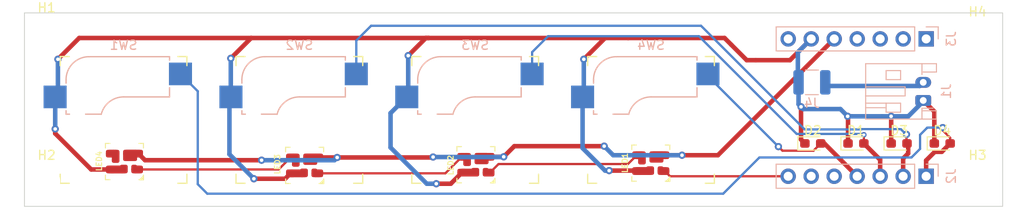
<source format=kicad_pcb>
(kicad_pcb (version 20221018) (generator pcbnew)
  (layers (0 "F.Cu" signal) (31 "B.Cu" signal) (34 "B.Paste" user) (35 "F.Paste" user) (36 "B.SilkS" user "B.Silkscreen") (37 "F.SilkS" user "F.Silkscreen") (38 "B.Mask" user) (39 "F.Mask" user) (44 "Edge.Cuts" user))
  (net 0 "")
  (net 1 "GND")
  (net 2 "Net-(D1-A2)")
  (net 3 "Net-(D2-A2)")
  (net 4 "Net-(D3-A2)")
  (net 5 "/PIN_1")
  (net 6 "BATT_IN")
  (net 7 "3V3")
  (net 8 "5V_USB")
  (net 9 "Net-(LED1-DOUT)")
  (net 10 "LED")
  (net 11 "Net-(LED2-DOUT)")
  (net 12 "Net-(LED3-DOUT)")
  (footprint "Diode_SMD:D_0603_1608Metric_Pad1.05x0.95mm_HandSolder" (layer "F.Cu") (at 169.916666 116.85)
    (fp_text reference "D1" (at 0 -1.43) (layer "F.SilkS"))
    (fp_text value "ESD9B3.3ST5G" hide)
    (fp_line (start -1.66 -0.735) (end -1.66 0.735) (stroke (width 0.12)) (layer "F.SilkS"))
    (fp_line (start -1.66 0.735) (end 0.8 0.735) (stroke (width 0.12)) (layer "F.SilkS"))
    (fp_line (start 0.8 -0.735) (end -1.66 -0.735) (stroke (width 0.12)) (layer "F.SilkS"))
    (pad "1" smd roundrect (at -0.875 0) (size 1.05 0.95) (layers "F.Cu" "F.Paste" "F.Mask") (net 1 "GND"))
    (pad "2" smd roundrect (at 0.875 0) (size 1.05 0.95) (layers "F.Cu" "F.Paste" "F.Mask") (net 2 "Net-(D1-A2)"))
  )
  (footprint "MountingHole:MountingHole_2.2mm_M2_DIN965_Pad" (layer "F.Cu") (at 183.35 121.05)
    (fp_text reference "H3" (at 0 -2.9) (layer "F.SilkS"))
    (fp_text value "MountingHole")
    (pad "" np_thru_hole circle (at 0 0) (size 3 3) (drill 3) (layers "F&B.Cu" "*.Mask"))
  )
  (footprint "Diode_SMD:D_0603_1608Metric_Pad1.05x0.95mm_HandSolder" (layer "F.Cu") (at 174.683332 116.85)
    (fp_text reference "D3" (at 0 -1.43) (layer "F.SilkS"))
    (fp_text value "ESD9B3.3ST5G" hide)
    (fp_line (start -1.66 -0.735) (end -1.66 0.735) (stroke (width 0.12)) (layer "F.SilkS"))
    (fp_line (start -1.66 0.735) (end 0.8 0.735) (stroke (width 0.12)) (layer "F.SilkS"))
    (fp_line (start 0.8 -0.735) (end -1.66 -0.735) (stroke (width 0.12)) (layer "F.SilkS"))
    (pad "1" smd roundrect (at -0.875 0) (size 1.05 0.95) (layers "F.Cu" "F.Paste" "F.Mask") (net 1 "GND"))
    (pad "2" smd roundrect (at 0.875 0) (size 1.05 0.95) (layers "F.Cu" "F.Paste" "F.Mask") (net 4 "Net-(D3-A2)"))
  )
  (footprint "User Footprint Library:SK6812_mini" (layer "F.Cu") (at 127.929999 119.2)
    (fp_text reference "LED2" (at -2.779999 0.05 90) (layer "F.SilkS") (effects (font (size 0.6 0.6) (thickness 0.125))))
    (fp_text value "SK6812MINI-E")
    (fp_line (start -2.1 -2) (end -2.1 -1.5) (stroke (width 0.125)) (layer "F.SilkS"))
    (fp_line (start -2.1 -2) (end -1.6 -2) (stroke (width 0.125)) (layer "F.SilkS"))
    (fp_line (start -2.1 2) (end -2.1 1.5) (stroke (width 0.125)) (layer "F.SilkS"))
    (fp_line (start -2.1 2) (end -1.6 2) (stroke (width 0.125)) (layer "F.SilkS"))
    (fp_line (start 1.7 2) (end 2.1 1.6) (stroke (width 0.125)) (layer "F.SilkS"))
    (fp_line (start 2.1 -2) (end 1.6 -2) (stroke (width 0.125)) (layer "F.SilkS"))
    (fp_line (start 2.1 -2) (end 2.1 -1.5) (stroke (width 0.125)) (layer "F.SilkS"))
    (fp_line (start 2.1 1.6) (end 2.1 2) (stroke (width 0.125)) (layer "F.SilkS"))
    (fp_line (start 2.1 1.7) (end 1.8 2) (stroke (width 0.125)) (layer "F.SilkS"))
    (fp_line (start 2.1 1.8) (end 1.9 2) (stroke (width 0.125)) (layer "F.SilkS"))
    (fp_line (start 2.1 2) (end 1.6 2) (stroke (width 0.125)) (layer "F.SilkS"))
    (fp_line (start 2.1 2) (end 1.7 2) (stroke (width 0.125)) (layer "F.SilkS"))
    (fp_line (start 2.1 2) (end 2.1 1.5) (stroke (width 0.125)) (layer "F.SilkS"))
    (pad "1" smd roundrect (at -1.55 -0.875) (size 1 0.85) (layers "F.Cu" "F.Mask") (roundrect_rratio 0.235) (net 11 "Net-(LED2-DOUT)"))
    (pad "1" smd oval (at -1.3 -0.875) (size 1.5 0.85) (layers "F.Cu" "F.Paste") (net 11 "Net-(LED2-DOUT)"))
    (pad "1" smd roundrect (at -0.975 -0.575) (size 0.85 1.45) (layers "F.Cu" "F.Mask") (net 11 "Net-(LED2-DOUT)"))
    (pad "2" smd roundrect (at -1.55 0.875) (size 1 0.85) (layers "F.Cu" "F.Mask") (roundrect_rratio 0.235) (net 1 "GND"))
    (pad "2" smd oval (at -0.95 0.875) (size 2.2 0.85) (layers "F.Cu" "F.Paste") (net 1 "GND"))
    (pad "2" smd rect (at -0.75 0.875) (size 1.6 0.85) (layers "F.Cu" "F.Mask") (net 1 "GND"))
    (pad "2" smd roundrect (at -0.075 0.825) (size 0.875 0.95) (layers "F.Cu" "F.Mask") (roundrect_rratio 0.235) (net 1 "GND"))
    (pad "3" smd roundrect (at 1.08 0.825) (size 0.65 0.95) (layers "F.Cu" "F.Mask") (roundrect_rratio 0.307) (net 9 "Net-(LED1-DOUT)"))
    (pad "3" smd oval (at 1.4 0.875) (size 1.3 0.85) (layers "F.Cu" "F.Paste") (net 9 "Net-(LED1-DOUT)"))
    (pad "3" smd roundrect (at 1.55 0.875) (size 1 0.85) (layers "F.Cu" "F.Mask") (roundrect_rratio 0.235) (net 9 "Net-(LED1-DOUT)"))
    (pad "4" smd roundrect (at 0.625 -0.68) (size 1.55 1.25) (layers "F.Cu" "F.Mask") (roundrect_rratio 0.16) (net 7 "3V3"))
    (pad "4" smd oval (at 0.95 -0.875) (size 2.2 0.85) (layers "F.Cu" "F.Paste") (net 7 "3V3"))
    (pad "4" smd roundrect (at 1.55 -0.875) (size 1 0.85) (layers "F.Cu" "F.Mask") (roundrect_rratio 0.235) (net 7 "3V3"))
  )
  (footprint "User Footprint Library:Kailh_socket_MX" (layer "F.Cu") (at 108.424999 114.25)
    (fp_text reference "SW2" (at 0 -8.255) (layer "B.SilkS") (effects (justify mirror)))
    (fp_text value "SW_DIP_x01")
    (fp_line (start -6.35 -4.445) (end -6.35 -4.064) (stroke (width 0.15)) (layer "B.SilkS"))
    (fp_line (start -6.35 -1.016) (end -6.35 -0.635) (stroke (width 0.15)) (layer "B.SilkS"))
    (fp_line (start -5.969 -0.635) (end -6.35 -0.635) (stroke (width 0.15)) (layer "B.SilkS"))
    (fp_line (start -3.81 -6.985) (end 5.08 -6.985) (stroke (width 0.15)) (layer "B.SilkS"))
    (fp_line (start -2.464162 -0.635) (end -4.191 -0.635) (stroke (width 0.15)) (layer "B.SilkS"))
    (fp_line (start 5.08 -6.985) (end 5.08 -6.604) (stroke (width 0.15)) (layer "B.SilkS"))
    (fp_line (start 5.08 -3.556) (end 5.08 -2.54) (stroke (width 0.15)) (layer "B.SilkS"))
    (fp_line (start 5.08 -2.54) (end 0 -2.54) (stroke (width 0.15)) (layer "B.SilkS"))
    (fp_arc (start -6.35 -4.445) (mid -5.606051 -6.241051) (end -3.81 -6.985) (stroke (width 0.15)) (layer "B.SilkS"))
    (fp_arc (start -2.464162 -0.61604) (mid -1.563147 -2.002042) (end 0 -2.54) (stroke (width 0.15)) (layer "B.SilkS"))
    (fp_line (start -7 -6) (end -7 -7) (stroke (width 0.15)) (layer "F.SilkS"))
    (fp_line (start -7 7) (end -7 6) (stroke (width 0.15)) (layer "F.SilkS"))
    (fp_line (start -7 7) (end -6 7) (stroke (width 0.15)) (layer "F.SilkS"))
    (fp_line (start -6 -7) (end -7 -7) (stroke (width 0.15)) (layer "F.SilkS"))
    (fp_line (start 6 7) (end 7 7) (stroke (width 0.15)) (layer "F.SilkS"))
    (fp_line (start 7 -7) (end 6 -7) (stroke (width 0.15)) (layer "F.SilkS"))
    (fp_line (start 7 -7) (end 7 -6) (stroke (width 0.15)) (layer "F.SilkS"))
    (fp_line (start 7 6) (end 7 7) (stroke (width 0.15)) (layer "F.SilkS"))
    (pad "" np_thru_hole circle (at -5.08 0) (size 1.7018 1.7018) (drill 1.7018) (layers "*.Cu" "*.Mask"))
    (pad "" np_thru_hole circle (at -3.81 -2.54) (size 3 3) (drill 3) (layers "*.Cu" "*.Mask"))
    (pad "" np_thru_hole circle (at 0 0) (size 3.9878 3.9878) (drill 3.9878) (layers "*.Cu" "*.Mask"))
    (pad "" np_thru_hole circle (at 2.54 -5.08) (size 3 3) (drill 3) (layers "*.Cu" "*.Mask"))
    (pad "" np_thru_hole circle (at 5.08 0) (size 1.7018 1.7018) (drill 1.7018) (layers "*.Cu" "*.Mask"))
    (pad "1" smd rect (at 6.29 -5.08) (size 2.55 2.5) (layers "B.Cu" "B.Paste" "B.Mask") (net 4 "Net-(D3-A2)"))
    (pad "2" smd rect (at -7.56 -2.54) (size 2.55 2.5) (layers "B.Cu" "B.Paste" "B.Mask") (net 1 "GND"))
  )
  (footprint "User Footprint Library:Kailh_socket_MX" (layer "F.Cu") (at 127.849999 114.25)
    (fp_text reference "SW3" (at 0 -8.255) (layer "B.SilkS") (effects (justify mirror)))
    (fp_text value "SW_DIP_x01")
    (fp_line (start -6.35 -4.445) (end -6.35 -4.064) (stroke (width 0.15)) (layer "B.SilkS"))
    (fp_line (start -6.35 -1.016) (end -6.35 -0.635) (stroke (width 0.15)) (layer "B.SilkS"))
    (fp_line (start -5.969 -0.635) (end -6.35 -0.635) (stroke (width 0.15)) (layer "B.SilkS"))
    (fp_line (start -3.81 -6.985) (end 5.08 -6.985) (stroke (width 0.15)) (layer "B.SilkS"))
    (fp_line (start -2.464162 -0.635) (end -4.191 -0.635) (stroke (width 0.15)) (layer "B.SilkS"))
    (fp_line (start 5.08 -6.985) (end 5.08 -6.604) (stroke (width 0.15)) (layer "B.SilkS"))
    (fp_line (start 5.08 -3.556) (end 5.08 -2.54) (stroke (width 0.15)) (layer "B.SilkS"))
    (fp_line (start 5.08 -2.54) (end 0 -2.54) (stroke (width 0.15)) (layer "B.SilkS"))
    (fp_arc (start -6.35 -4.445) (mid -5.606051 -6.241051) (end -3.81 -6.985) (stroke (width 0.15)) (layer "B.SilkS"))
    (fp_arc (start -2.464162 -0.61604) (mid -1.563147 -2.002042) (end 0 -2.54) (stroke (width 0.15)) (layer "B.SilkS"))
    (fp_line (start -7 -6) (end -7 -7) (stroke (width 0.15)) (layer "F.SilkS"))
    (fp_line (start -7 7) (end -7 6) (stroke (width 0.15)) (layer "F.SilkS"))
    (fp_line (start -7 7) (end -6 7) (stroke (width 0.15)) (layer "F.SilkS"))
    (fp_line (start -6 -7) (end -7 -7) (stroke (width 0.15)) (layer "F.SilkS"))
    (fp_line (start 6 7) (end 7 7) (stroke (width 0.15)) (layer "F.SilkS"))
    (fp_line (start 7 -7) (end 6 -7) (stroke (width 0.15)) (layer "F.SilkS"))
    (fp_line (start 7 -7) (end 7 -6) (stroke (width 0.15)) (layer "F.SilkS"))
    (fp_line (start 7 6) (end 7 7) (stroke (width 0.15)) (layer "F.SilkS"))
    (pad "" np_thru_hole circle (at -5.08 0) (size 1.7018 1.7018) (drill 1.7018) (layers "*.Cu" "*.Mask"))
    (pad "" np_thru_hole circle (at -3.81 -2.54) (size 3 3) (drill 3) (layers "*.Cu" "*.Mask"))
    (pad "" np_thru_hole circle (at 0 0) (size 3.9878 3.9878) (drill 3.9878) (layers "*.Cu" "*.Mask"))
    (pad "" np_thru_hole circle (at 2.54 -5.08) (size 3 3) (drill 3) (layers "*.Cu" "*.Mask"))
    (pad "" np_thru_hole circle (at 5.08 0) (size 1.7018 1.7018) (drill 1.7018) (layers "*.Cu" "*.Mask"))
    (pad "1" smd rect (at 6.29 -5.08) (size 2.55 2.5) (layers "B.Cu" "B.Paste" "B.Mask") (net 2 "Net-(D1-A2)"))
    (pad "2" smd rect (at -7.56 -2.54) (size 2.55 2.5) (layers "B.Cu" "B.Paste" "B.Mask") (net 1 "GND"))
  )
  (footprint "User Footprint Library:Kailh_socket_MX" (layer "F.Cu") (at 88.999999 114.25)
    (fp_text reference "SW1" (at 0 -8.255) (layer "B.SilkS") (effects (justify mirror)))
    (fp_text value "SW_DIP_x01")
    (fp_line (start -6.35 -4.445) (end -6.35 -4.064) (stroke (width 0.15)) (layer "B.SilkS"))
    (fp_line (start -6.35 -1.016) (end -6.35 -0.635) (stroke (width 0.15)) (layer "B.SilkS"))
    (fp_line (start -5.969 -0.635) (end -6.35 -0.635) (stroke (width 0.15)) (layer "B.SilkS"))
    (fp_line (start -3.81 -6.985) (end 5.08 -6.985) (stroke (width 0.15)) (layer "B.SilkS"))
    (fp_line (start -2.464162 -0.635) (end -4.191 -0.635) (stroke (width 0.15)) (layer "B.SilkS"))
    (fp_line (start 5.08 -6.985) (end 5.08 -6.604) (stroke (width 0.15)) (layer "B.SilkS"))
    (fp_line (start 5.08 -3.556) (end 5.08 -2.54) (stroke (width 0.15)) (layer "B.SilkS"))
    (fp_line (start 5.08 -2.54) (end 0 -2.54) (stroke (width 0.15)) (layer "B.SilkS"))
    (fp_arc (start -6.35 -4.445) (mid -5.606051 -6.241051) (end -3.81 -6.985) (stroke (width 0.15)) (layer "B.SilkS"))
    (fp_arc (start -2.464162 -0.61604) (mid -1.563147 -2.002042) (end 0 -2.54) (stroke (width 0.15)) (layer "B.SilkS"))
    (fp_line (start -7 -6) (end -7 -7) (stroke (width 0.15)) (layer "F.SilkS"))
    (fp_line (start -7 7) (end -7 6) (stroke (width 0.15)) (layer "F.SilkS"))
    (fp_line (start -7 7) (end -6 7) (stroke (width 0.15)) (layer "F.SilkS"))
    (fp_line (start -6 -7) (end -7 -7) (stroke (width 0.15)) (layer "F.SilkS"))
    (fp_line (start 6 7) (end 7 7) (stroke (width 0.15)) (layer "F.SilkS"))
    (fp_line (start 7 -7) (end 6 -7) (stroke (width 0.15)) (layer "F.SilkS"))
    (fp_line (start 7 -7) (end 7 -6) (stroke (width 0.15)) (layer "F.SilkS"))
    (fp_line (start 7 6) (end 7 7) (stroke (width 0.15)) (layer "F.SilkS"))
    (pad "" np_thru_hole circle (at -5.08 0) (size 1.7018 1.7018) (drill 1.7018) (layers "*.Cu" "*.Mask"))
    (pad "" np_thru_hole circle (at -3.81 -2.54) (size 3 3) (drill 3) (layers "*.Cu" "*.Mask"))
    (pad "" np_thru_hole circle (at 0 0) (size 3.9878 3.9878) (drill 3.9878) (layers "*.Cu" "*.Mask"))
    (pad "" np_thru_hole circle (at 2.54 -5.08) (size 3 3) (drill 3) (layers "*.Cu" "*.Mask"))
    (pad "" np_thru_hole circle (at 5.08 0) (size 1.7018 1.7018) (drill 1.7018) (layers "*.Cu" "*.Mask"))
    (pad "1" smd rect (at 6.29 -5.08) (size 2.55 2.5) (layers "B.Cu" "B.Paste" "B.Mask") (net 5 "/PIN_1"))
    (pad "2" smd rect (at -7.56 -2.54) (size 2.55 2.5) (layers "B.Cu" "B.Paste" "B.Mask") (net 1 "GND"))
  )
  (footprint "Diode_SMD:D_0603_1608Metric_Pad1.05x0.95mm_HandSolder" (layer "F.Cu") (at 179.45 116.85)
    (fp_text reference "D4" (at 0 -1.43) (layer "F.SilkS"))
    (fp_text value "ESD9B3.3ST5G" hide)
    (fp_line (start -1.66 -0.735) (end -1.66 0.735) (stroke (width 0.12)) (layer "F.SilkS"))
    (fp_line (start -1.66 0.735) (end 0.8 0.735) (stroke (width 0.12)) (layer "F.SilkS"))
    (fp_line (start 0.8 -0.735) (end -1.66 -0.735) (stroke (width 0.12)) (layer "F.SilkS"))
    (pad "1" smd roundrect (at -0.875 0) (size 1.05 0.95) (layers "F.Cu" "F.Paste" "F.Mask") (net 1 "GND"))
    (pad "2" smd roundrect (at 0.875 0) (size 1.05 0.95) (layers "F.Cu" "F.Paste" "F.Mask") (net 5 "/PIN_1"))
  )
  (footprint "User Footprint Library:SK6812_mini" (layer "F.Cu") (at 109.004999 119.275)
    (fp_text reference "LED3" (at -3.004999 -0.125 90) (layer "F.SilkS") (effects (font (size 0.6 0.6) (thickness 0.125))))
    (fp_text value "SK6812MINI-E")
    (fp_line (start -2.1 -2) (end -2.1 -1.5) (stroke (width 0.125)) (layer "F.SilkS"))
    (fp_line (start -2.1 -2) (end -1.6 -2) (stroke (width 0.125)) (layer "F.SilkS"))
    (fp_line (start -2.1 2) (end -2.1 1.5) (stroke (width 0.125)) (layer "F.SilkS"))
    (fp_line (start -2.1 2) (end -1.6 2) (stroke (width 0.125)) (layer "F.SilkS"))
    (fp_line (start 1.7 2) (end 2.1 1.6) (stroke (width 0.125)) (layer "F.SilkS"))
    (fp_line (start 2.1 -2) (end 1.6 -2) (stroke (width 0.125)) (layer "F.SilkS"))
    (fp_line (start 2.1 -2) (end 2.1 -1.5) (stroke (width 0.125)) (layer "F.SilkS"))
    (fp_line (start 2.1 1.6) (end 2.1 2) (stroke (width 0.125)) (layer "F.SilkS"))
    (fp_line (start 2.1 1.7) (end 1.8 2) (stroke (width 0.125)) (layer "F.SilkS"))
    (fp_line (start 2.1 1.8) (end 1.9 2) (stroke (width 0.125)) (layer "F.SilkS"))
    (fp_line (start 2.1 2) (end 1.6 2) (stroke (width 0.125)) (layer "F.SilkS"))
    (fp_line (start 2.1 2) (end 1.7 2) (stroke (width 0.125)) (layer "F.SilkS"))
    (fp_line (start 2.1 2) (end 2.1 1.5) (stroke (width 0.125)) (layer "F.SilkS"))
    (pad "1" smd roundrect (at -1.55 -0.875) (size 1 0.85) (layers "F.Cu" "F.Mask") (roundrect_rratio 0.235) (net 12 "Net-(LED3-DOUT)"))
    (pad "1" smd oval (at -1.3 -0.875) (size 1.5 0.85) (layers "F.Cu" "F.Paste") (net 12 "Net-(LED3-DOUT)"))
    (pad "1" smd roundrect (at -0.975 -0.575) (size 0.85 1.45) (layers "F.Cu" "F.Mask") (net 12 "Net-(LED3-DOUT)"))
    (pad "2" smd roundrect (at -1.55 0.875) (size 1 0.85) (layers "F.Cu" "F.Mask") (roundrect_rratio 0.235) (net 1 "GND"))
    (pad "2" smd oval (at -0.95 0.875) (size 2.2 0.85) (layers "F.Cu" "F.Paste") (net 1 "GND"))
    (pad "2" smd rect (at -0.75 0.875) (size 1.6 0.85) (layers "F.Cu" "F.Mask") (net 1 "GND"))
    (pad "2" smd roundrect (at -0.075 0.825) (size 0.875 0.95) (layers "F.Cu" "F.Mask") (roundrect_rratio 0.235) (net 1 "GND"))
    (pad "3" smd roundrect (at 1.08 0.825) (size 0.65 0.95) (layers "F.Cu" "F.Mask") (roundrect_rratio 0.307) (net 11 "Net-(LED2-DOUT)"))
    (pad "3" smd oval (at 1.4 0.875) (size 1.3 0.85) (layers "F.Cu" "F.Paste") (net 11 "Net-(LED2-DOUT)"))
    (pad "3" smd roundrect (at 1.55 0.875) (size 1 0.85) (layers "F.Cu" "F.Mask") (roundrect_rratio 0.235) (net 11 "Net-(LED2-DOUT)"))
    (pad "4" smd roundrect (at 0.625 -0.68) (size 1.55 1.25) (layers "F.Cu" "F.Mask") (roundrect_rratio 0.16) (net 7 "3V3"))
    (pad "4" smd oval (at 0.95 -0.875) (size 2.2 0.85) (layers "F.Cu" "F.Paste") (net 7 "3V3"))
    (pad "4" smd roundrect (at 1.55 -0.875) (size 1 0.85) (layers "F.Cu" "F.Mask") (roundrect_rratio 0.235) (net 7 "3V3"))
  )
  (footprint "User Footprint Library:SK6812_mini" (layer "F.Cu") (at 147.249999 119.025)
    (fp_text reference "LED1" (at -2.849999 -0.025 90) (layer "F.SilkS") (effects (font (size 0.6 0.6) (thickness 0.125))))
    (fp_text value "SK6812MINI-E")
    (fp_line (start -2.1 -2) (end -2.1 -1.5) (stroke (width 0.125)) (layer "F.SilkS"))
    (fp_line (start -2.1 -2) (end -1.6 -2) (stroke (width 0.125)) (layer "F.SilkS"))
    (fp_line (start -2.1 2) (end -2.1 1.5) (stroke (width 0.125)) (layer "F.SilkS"))
    (fp_line (start -2.1 2) (end -1.6 2) (stroke (width 0.125)) (layer "F.SilkS"))
    (fp_line (start 1.7 2) (end 2.1 1.6) (stroke (width 0.125)) (layer "F.SilkS"))
    (fp_line (start 2.1 -2) (end 1.6 -2) (stroke (width 0.125)) (layer "F.SilkS"))
    (fp_line (start 2.1 -2) (end 2.1 -1.5) (stroke (width 0.125)) (layer "F.SilkS"))
    (fp_line (start 2.1 1.6) (end 2.1 2) (stroke (width 0.125)) (layer "F.SilkS"))
    (fp_line (start 2.1 1.7) (end 1.8 2) (stroke (width 0.125)) (layer "F.SilkS"))
    (fp_line (start 2.1 1.8) (end 1.9 2) (stroke (width 0.125)) (layer "F.SilkS"))
    (fp_line (start 2.1 2) (end 1.6 2) (stroke (width 0.125)) (layer "F.SilkS"))
    (fp_line (start 2.1 2) (end 1.7 2) (stroke (width 0.125)) (layer "F.SilkS"))
    (fp_line (start 2.1 2) (end 2.1 1.5) (stroke (width 0.125)) (layer "F.SilkS"))
    (pad "1" smd roundrect (at -1.55 -0.875) (size 1 0.85) (layers "F.Cu" "F.Mask") (roundrect_rratio 0.235) (net 9 "Net-(LED1-DOUT)"))
    (pad "1" smd oval (at -1.3 -0.875) (size 1.5 0.85) (layers "F.Cu" "F.Paste") (net 9 "Net-(LED1-DOUT)"))
    (pad "1" smd roundrect (at -0.975 -0.575) (size 0.85 1.45) (layers "F.Cu" "F.Mask") (net 9 "Net-(LED1-DOUT)"))
    (pad "2" smd roundrect (at -1.55 0.875) (size 1 0.85) (layers "F.Cu" "F.Mask") (roundrect_rratio 0.235) (net 1 "GND"))
    (pad "2" smd oval (at -0.95 0.875) (size 2.2 0.85) (layers "F.Cu" "F.Paste") (net 1 "GND"))
    (pad "2" smd rect (at -0.75 0.875) (size 1.6 0.85) (layers "F.Cu" "F.Mask") (net 1 "GND"))
    (pad "2" smd roundrect (at -0.075 0.825) (size 0.875 0.95) (layers "F.Cu" "F.Mask") (roundrect_rratio 0.235) (net 1 "GND"))
    (pad "3" smd roundrect (at 1.08 0.825) (size 0.65 0.95) (layers "F.Cu" "F.Mask") (roundrect_rratio 0.307) (net 10 "LED"))
    (pad "3" smd oval (at 1.4 0.875) (size 1.3 0.85) (layers "F.Cu" "F.Paste") (net 10 "LED"))
    (pad "3" smd roundrect (at 1.55 0.875) (size 1 0.85) (layers "F.Cu" "F.Mask") (roundrect_rratio 0.235) (net 10 "LED"))
    (pad "4" smd roundrect (at 0.625 -0.68) (size 1.55 1.25) (layers "F.Cu" "F.Mask") (roundrect_rratio 0.16) (net 7 "3V3"))
    (pad "4" smd oval (at 0.95 -0.875) (size 2.2 0.85) (layers "F.Cu" "F.Paste") (net 7 "3V3"))
    (pad "4" smd roundrect (at 1.55 -0.875) (size 1 0.85) (layers "F.Cu" "F.Mask") (roundrect_rratio 0.235) (net 7 "3V3"))
  )
  (footprint "MountingHole:MountingHole_2.2mm_M2_DIN965_Pad" (layer "F.Cu") (at 183.35 105.2)
    (fp_text reference "H4" (at 0 -2.9) (layer "F.SilkS"))
    (fp_text value "MountingHole")
    (pad "" np_thru_hole circle (at 0 0) (size 3 3) (drill 3) (layers "F&B.Cu" "*.Mask"))
  )
  (footprint "Diode_SMD:D_0603_1608Metric_Pad1.05x0.95mm_HandSolder" (layer "F.Cu") (at 165.15 116.85)
    (fp_text reference "D2" (at 0 -1.43) (layer "F.SilkS"))
    (fp_text value "ESD9B3.3ST5G" hide)
    (fp_line (start -1.66 -0.735) (end -1.66 0.735) (stroke (width 0.12)) (layer "F.SilkS"))
    (fp_line (start -1.66 0.735) (end 0.8 0.735) (stroke (width 0.12)) (layer "F.SilkS"))
    (fp_line (start 0.8 -0.735) (end -1.66 -0.735) (stroke (width 0.12)) (layer "F.SilkS"))
    (pad "1" smd roundrect (at -0.875 0) (size 1.05 0.95) (layers "F.Cu" "F.Paste" "F.Mask") (net 1 "GND"))
    (pad "2" smd roundrect (at 0.875 0) (size 1.05 0.95) (layers "F.Cu" "F.Paste" "F.Mask") (net 3 "Net-(D2-A2)"))
  )
  (footprint "User Footprint Library:SK6812_mini" (layer "F.Cu") (at 89.099999 118.85)
    (fp_text reference "LED4" (at -2.799999 -0.05 90) (layer "F.SilkS") (effects (font (size 0.6 0.6) (thickness 0.125))))
    (fp_text value "SK6812MINI-E")
    (fp_line (start -2.1 -2) (end -2.1 -1.5) (stroke (width 0.125)) (layer "F.SilkS"))
    (fp_line (start -2.1 -2) (end -1.6 -2) (stroke (width 0.125)) (layer "F.SilkS"))
    (fp_line (start -2.1 2) (end -2.1 1.5) (stroke (width 0.125)) (layer "F.SilkS"))
    (fp_line (start -2.1 2) (end -1.6 2) (stroke (width 0.125)) (layer "F.SilkS"))
    (fp_line (start 1.7 2) (end 2.1 1.6) (stroke (width 0.125)) (layer "F.SilkS"))
    (fp_line (start 2.1 -2) (end 1.6 -2) (stroke (width 0.125)) (layer "F.SilkS"))
    (fp_line (start 2.1 -2) (end 2.1 -1.5) (stroke (width 0.125)) (layer "F.SilkS"))
    (fp_line (start 2.1 1.6) (end 2.1 2) (stroke (width 0.125)) (layer "F.SilkS"))
    (fp_line (start 2.1 1.7) (end 1.8 2) (stroke (width 0.125)) (layer "F.SilkS"))
    (fp_line (start 2.1 1.8) (end 1.9 2) (stroke (width 0.125)) (layer "F.SilkS"))
    (fp_line (start 2.1 2) (end 1.6 2) (stroke (width 0.125)) (layer "F.SilkS"))
    (fp_line (start 2.1 2) (end 1.7 2) (stroke (width 0.125)) (layer "F.SilkS"))
    (fp_line (start 2.1 2) (end 2.1 1.5) (stroke (width 0.125)) (layer "F.SilkS"))
    (pad "1" smd roundrect (at -1.55 -0.875) (size 1 0.85) (layers "F.Cu" "F.Mask") (roundrect_rratio 0.235))
    (pad "1" smd oval (at -1.3 -0.875) (size 1.5 0.85) (layers "F.Cu" "F.Paste"))
    (pad "1" smd roundrect (at -0.975 -0.575) (size 0.85 1.45) (layers "F.Cu" "F.Mask"))
    (pad "2" smd roundrect (at -1.55 0.875) (size 1 0.85) (layers "F.Cu" "F.Mask") (roundrect_rratio 0.235) (net 1 "GND"))
    (pad "2" smd oval (at -0.95 0.875) (size 2.2 0.85) (layers "F.Cu" "F.Paste") (net 1 "GND"))
    (pad "2" smd rect (at -0.75 0.875) (size 1.6 0.85) (layers "F.Cu" "F.Mask") (net 1 "GND"))
    (pad "2" smd roundrect (at -0.075 0.825) (size 0.875 0.95) (layers "F.Cu" "F.Mask") (roundrect_rratio 0.235) (net 1 "GND"))
    (pad "3" smd roundrect (at 1.08 0.825) (size 0.65 0.95) (layers "F.Cu" "F.Mask") (roundrect_rratio 0.307) (net 12 "Net-(LED3-DOUT)"))
    (pad "3" smd oval (at 1.4 0.875) (size 1.3 0.85) (layers "F.Cu" "F.Paste") (net 12 "Net-(LED3-DOUT)"))
    (pad "3" smd roundrect (at 1.55 0.875) (size 1 0.85) (layers "F.Cu" "F.Mask") (roundrect_rratio 0.235) (net 12 "Net-(LED3-DOUT)"))
    (pad "4" smd roundrect (at 0.625 -0.68) (size 1.55 1.25) (layers "F.Cu" "F.Mask") (roundrect_rratio 0.16) (net 7 "3V3"))
    (pad "4" smd oval (at 0.95 -0.875) (size 2.2 0.85) (layers "F.Cu" "F.Paste") (net 7 "3V3"))
    (pad "4" smd roundrect (at 1.55 -0.875) (size 1 0.85) (layers "F.Cu" "F.Mask") (roundrect_rratio 0.235) (net 7 "3V3"))
  )
  (footprint "User Footprint Library:Kailh_socket_MX" (layer "F.Cu") (at 147.274999 114.25)
    (fp_text reference "SW4" (at 0 -8.255) (layer "B.SilkS") (effects (justify mirror)))
    (fp_text value "SW_DIP_x01")
    (fp_line (start -6.35 -4.445) (end -6.35 -4.064) (stroke (width 0.15)) (layer "B.SilkS"))
    (fp_line (start -6.35 -1.016) (end -6.35 -0.635) (stroke (width 0.15)) (layer "B.SilkS"))
    (fp_line (start -5.969 -0.635) (end -6.35 -0.635) (stroke (width 0.15)) (layer "B.SilkS"))
    (fp_line (start -3.81 -6.985) (end 5.08 -6.985) (stroke (width 0.15)) (layer "B.SilkS"))
    (fp_line (start -2.464162 -0.635) (end -4.191 -0.635) (stroke (width 0.15)) (layer "B.SilkS"))
    (fp_line (start 5.08 -6.985) (end 5.08 -6.604) (stroke (width 0.15)) (layer "B.SilkS"))
    (fp_line (start 5.08 -3.556) (end 5.08 -2.54) (stroke (width 0.15)) (layer "B.SilkS"))
    (fp_line (start 5.08 -2.54) (end 0 -2.54) (stroke (width 0.15)) (layer "B.SilkS"))
    (fp_arc (start -6.35 -4.445) (mid -5.606051 -6.241051) (end -3.81 -6.985) (stroke (width 0.15)) (layer "B.SilkS"))
    (fp_arc (start -2.464162 -0.61604) (mid -1.563147 -2.002042) (end 0 -2.54) (stroke (width 0.15)) (layer "B.SilkS"))
    (fp_line (start -7 -6) (end -7 -7) (stroke (width 0.15)) (layer "F.SilkS"))
    (fp_line (start -7 7) (end -7 6) (stroke (width 0.15)) (layer "F.SilkS"))
    (fp_line (start -7 7) (end -6 7) (stroke (width 0.15)) (layer "F.SilkS"))
    (fp_line (start -6 -7) (end -7 -7) (stroke (width 0.15)) (layer "F.SilkS"))
    (fp_line (start 6 7) (end 7 7) (stroke (width 0.15)) (layer "F.SilkS"))
    (fp_line (start 7 -7) (end 6 -7) (stroke (width 0.15)) (layer "F.SilkS"))
    (fp_line (start 7 -7) (end 7 -6) (stroke (width 0.15)) (layer "F.SilkS"))
    (fp_line (start 7 6) (end 7 7) (stroke (width 0.15)) (layer "F.SilkS"))
    (pad "" np_thru_hole circle (at -5.08 0) (size 1.7018 1.7018) (drill 1.7018) (layers "*.Cu" "*.Mask"))
    (pad "" np_thru_hole circle (at -3.81 -2.54) (size 3 3) (drill 3) (layers "*.Cu" "*.Mask"))
    (pad "" np_thru_hole circle (at 0 0) (size 3.9878 3.9878) (drill 3.9878) (layers "*.Cu" "*.Mask"))
    (pad "" np_thru_hole circle (at 2.54 -5.08) (size 3 3) (drill 3) (layers "*.Cu" "*.Mask"))
    (pad "" np_thru_hole circle (at 5.08 0) (size 1.7018 1.7018) (drill 1.7018) (layers "*.Cu" "*.Mask"))
    (pad "1" smd rect (at 6.29 -5.08) (size 2.55 2.5) (layers "B.Cu" "B.Paste" "B.Mask") (net 3 "Net-(D2-A2)"))
    (pad "2" smd rect (at -7.56 -2.54) (size 2.55 2.5) (layers "B.Cu" "B.Paste" "B.Mask") (net 1 "GND"))
  )
  (footprint "MountingHole:MountingHole_2.2mm_M2_DIN965_Pad" (layer "F.Cu") (at 80.5 121.05)
    (fp_text reference "H2" (at 0 -2.9) (layer "F.SilkS"))
    (fp_text value "MountingHole")
    (pad "" np_thru_hole circle (at 0 0) (size 3 3) (drill 3) (layers "F&B.Cu" "*.Mask"))
  )
  (footprint "MountingHole:MountingHole_2.2mm_M2_DIN965_Pad" (layer "F.Cu") (at 80.5 104.75)
    (fp_text reference "H1" (at 0 -2.9) (layer "F.SilkS"))
    (fp_text value "MountingHole")
    (pad "" np_thru_hole circle (at 0 0) (size 3 3) (drill 3) (layers "F&B.Cu" "*.Mask"))
  )
  (footprint "Capacitor_SMD:C_1210_3225Metric" (layer "B.Cu") (at 165.05 110.1)
    (fp_text reference "J4" (at 0 2.3) (layer "B.SilkS") (effects (justify mirror)))
    (fp_text value "Batt_Conn")
    (fp_line (start -0.711252 -1.36) (end 0.711252 -1.36) (stroke (width 0.12)) (layer "B.SilkS"))
    (fp_line (start -0.711252 1.36) (end 0.711252 1.36) (stroke (width 0.12)) (layer "B.SilkS"))
    (pad "1" smd roundrect (at -1.475 0) (size 1.15 2.7) (layers "B.Cu" "B.Paste" "B.Mask") (roundrect_rratio 0.217391) (net 1 "GND"))
    (pad "2" smd roundrect (at 1.475 0) (size 1.15 2.7) (layers "B.Cu" "B.Paste" "B.Mask") (roundrect_rratio 0.217391) (net 6 "BATT_IN"))
  )
  (footprint "Connector_PinSocket_2.54mm:PinSocket_1x07_P2.54mm_Vertical" (layer "B.Cu") (at 177.675 105.3 90)
    (fp_text reference "J3" (at 0 2.77 -270) (layer "B.SilkS") (effects (justify mirror)))
    (fp_text value "Pins8_14")
    (fp_line (start -1.33 -16.57) (end 1.33 -16.57) (stroke (width 0.12)) (layer "B.SilkS"))
    (fp_line (start -1.33 -1.27) (end -1.33 -16.57) (stroke (width 0.12)) (layer "B.SilkS"))
    (fp_line (start -1.33 -1.27) (end 1.33 -1.27) (stroke (width 0.12)) (layer "B.SilkS"))
    (fp_line (start 0 1.33) (end 1.33 1.33) (stroke (width 0.12)) (layer "B.SilkS"))
    (fp_line (start 1.33 -1.27) (end 1.33 -16.57) (stroke (width 0.12)) (layer "B.SilkS"))
    (fp_line (start 1.33 1.33) (end 1.33 0) (stroke (width 0.12)) (layer "B.SilkS"))
    (pad "1" thru_hole rect (at 0 0 90) (size 1.7 1.7) (drill 1) (layers "*.Cu" "*.Mask"))
    (pad "2" thru_hole oval (at 0 -2.54 90) (size 1.7 1.7) (drill 1) (layers "*.Cu" "*.Mask"))
    (pad "3" thru_hole oval (at 0 -5.08 90) (size 1.7 1.7) (drill 1) (layers "*.Cu" "*.Mask"))
    (pad "4" thru_hole oval (at 0 -7.62 90) (size 1.7 1.7) (drill 1) (layers "*.Cu" "*.Mask"))
    (pad "5" thru_hole oval (at 0 -10.16 90) (size 1.7 1.7) (drill 1) (layers "*.Cu" "*.Mask") (net 7 "3V3"))
    (pad "6" thru_hole oval (at 0 -12.7 90) (size 1.7 1.7) (drill 1) (layers "*.Cu" "*.Mask") (net 1 "GND"))
    (pad "7" thru_hole oval (at 0 -15.24 90) (size 1.7 1.7) (drill 1) (layers "*.Cu" "*.Mask") (net 8 "5V_USB"))
  )
  (footprint "Connector_PinSocket_2.54mm:PinSocket_1x07_P2.54mm_Vertical" (layer "B.Cu") (at 177.67 120.475 90)
    (fp_text reference "J2" (at 0 2.77 -270) (layer "B.SilkS") (effects (justify mirror)))
    (fp_text value "Pins1_7")
    (fp_line (start -1.33 -16.57) (end 1.33 -16.57) (stroke (width 0.12)) (layer "B.SilkS"))
    (fp_line (start -1.33 -1.27) (end -1.33 -16.57) (stroke (width 0.12)) (layer "B.SilkS"))
    (fp_line (start -1.33 -1.27) (end 1.33 -1.27) (stroke (width 0.12)) (layer "B.SilkS"))
    (fp_line (start 0 1.33) (end 1.33 1.33) (stroke (width 0.12)) (layer "B.SilkS"))
    (fp_line (start 1.33 -1.27) (end 1.33 -16.57) (stroke (width 0.12)) (layer "B.SilkS"))
    (fp_line (start 1.33 1.33) (end 1.33 0) (stroke (width 0.12)) (layer "B.SilkS"))
    (pad "1" thru_hole rect (at 0 0 90) (size 1.7 1.7) (drill 1) (layers "*.Cu" "*.Mask") (net 5 "/PIN_1"))
    (pad "2" thru_hole oval (at 0 -2.54 90) (size 1.7 1.7) (drill 1) (layers "*.Cu" "*.Mask") (net 4 "Net-(D3-A2)"))
    (pad "3" thru_hole oval (at 0 -5.08 90) (size 1.7 1.7) (drill 1) (layers "*.Cu" "*.Mask") (net 2 "Net-(D1-A2)"))
    (pad "4" thru_hole oval (at 0 -7.62 90) (size 1.7 1.7) (drill 1) (layers "*.Cu" "*.Mask") (net 3 "Net-(D2-A2)"))
    (pad "5" thru_hole oval (at 0 -10.16 90) (size 1.7 1.7) (drill 1) (layers "*.Cu" "*.Mask"))
    (pad "6" thru_hole oval (at 0 -12.7 90) (size 1.7 1.7) (drill 1) (layers "*.Cu" "*.Mask"))
    (pad "7" thru_hole oval (at 0 -15.24 90) (size 1.7 1.7) (drill 1) (layers "*.Cu" "*.Mask") (net 10 "LED"))
  )
  (footprint "Connector_JST:JST_PH_S2B-PH-K_1x02_P2.00mm_Horizontal" (layer "B.Cu") (at 177.35 112.1 90)
    (fp_text reference "J1" (at 1 2.55 90) (layer "B.SilkS") (effects (justify mirror)))
    (fp_text value "Batt_Conn")
    (fp_line (start -2.06 -6.36) (end 4.06 -6.36) (stroke (width 0.12)) (layer "B.SilkS"))
    (fp_line (start -2.06 -0.14) (end -1.14 -0.14) (stroke (width 0.12)) (layer "B.SilkS"))
    (fp_line (start -2.06 1.46) (end -2.06 -6.36) (stroke (width 0.12)) (layer "B.SilkS"))
    (fp_line (start -1.3 -4.1) (end -0.3 -4.1) (stroke (width 0.12)) (layer "B.SilkS"))
    (fp_line (start -1.3 -2.5) (end -1.3 -4.1) (stroke (width 0.12)) (layer "B.SilkS"))
    (fp_line (start -1.14 -0.14) (end -1.14 1.46) (stroke (width 0.12)) (layer "B.SilkS"))
    (fp_line (start -1.14 1.46) (end -2.06 1.46) (stroke (width 0.12)) (layer "B.SilkS"))
    (fp_line (start -0.86 -0.14) (end -1.14 -0.14) (stroke (width 0.12)) (layer "B.SilkS"))
    (fp_line (start -0.86 -0.14) (end -0.86 1.075) (stroke (width 0.12)) (layer "B.SilkS"))
    (fp_line (start -0.8 -4.1) (end -0.8 -6.36) (stroke (width 0.12)) (layer "B.SilkS"))
    (fp_line (start -0.3 -4.1) (end -0.3 -6.36) (stroke (width 0.12)) (layer "B.SilkS"))
    (fp_line (start -0.3 -4.1) (end -0.3 -2.5) (stroke (width 0.12)) (layer "B.SilkS"))
    (fp_line (start -0.3 -2.5) (end -1.3 -2.5) (stroke (width 0.12)) (layer "B.SilkS"))
    (fp_line (start 0.5 -6.36) (end 0.5 -2) (stroke (width 0.12)) (layer "B.SilkS"))
    (fp_line (start 0.5 -2) (end 1.5 -2) (stroke (width 0.12)) (layer "B.SilkS"))
    (fp_line (start 1.5 -2) (end 1.5 -6.36) (stroke (width 0.12)) (layer "B.SilkS"))
    (fp_line (start 2.3 -4.1) (end 2.3 -2.5) (stroke (width 0.12)) (layer "B.SilkS"))
    (fp_line (start 2.3 -2.5) (end 3.3 -2.5) (stroke (width 0.12)) (layer "B.SilkS"))
    (fp_line (start 3.14 -0.14) (end 2.86 -0.14) (stroke (width 0.12)) (layer "B.SilkS"))
    (fp_line (start 3.14 1.46) (end 3.14 -0.14) (stroke (width 0.12)) (layer "B.SilkS"))
    (fp_line (start 3.3 -4.1) (end 2.3 -4.1) (stroke (width 0.12)) (layer "B.SilkS"))
    (fp_line (start 3.3 -2.5) (end 3.3 -4.1) (stroke (width 0.12)) (layer "B.SilkS"))
    (fp_line (start 4.06 -6.36) (end 4.06 1.46) (stroke (width 0.12)) (layer "B.SilkS"))
    (fp_line (start 4.06 -0.14) (end 3.14 -0.14) (stroke (width 0.12)) (layer "B.SilkS"))
    (fp_line (start 4.06 1.46) (end 3.14 1.46) (stroke (width 0.12)) (layer "B.SilkS"))
    (pad "1" thru_hole roundrect (at 0 0 90) (size 1.2 1.75) (drill 0.75) (layers "*.Cu" "*.Mask") (roundrect_rratio 0.208333) (net 1 "GND"))
    (pad "2" thru_hole oval (at 2 0 90) (size 1.2 1.75) (drill 0.75) (layers "*.Cu" "*.Mask") (net 6 "BATT_IN"))
  )
  (gr_rect (start 78.05 102.425) (end 186.125 123.8) (stroke (width 0.1)) (fill none) (layer "Edge.Cuts"))
  (segment (start 142.2 105.2) (end 122.7 105.2) (width 0.5) (layer "F.Cu") (net 1))
  (segment (start 178.575 113.325) (end 177.35 112.1) (width 0.5) (layer "F.Cu") (net 1))
  (segment (start 122.4 105.2) (end 120.45 107.15) (width 0.5) (layer "F.Cu") (net 1))
  (segment (start 162.625 107.65) (end 158.85 107.65) (width 0.5) (layer "F.Cu") (net 1))
  (segment (start 84.1 105.2) (end 81.75 107.55) (width 0.5) (layer "F.Cu") (net 1))
  (segment (start 85.425 119.725) (end 87.549999 119.725) (width 0.5) (layer "F.Cu") (net 1))
  (segment (start 156.15 105.95) (end 155.4 105.2) (width 0.5) (layer "F.Cu") (net 1))
  (segment (start 103.1 105.2) (end 100.85 107.45) (width 0.5) (layer "F.Cu") (net 1))
  (segment (start 173.808332 113.858332) (end 173.8 113.85) (width 0.5) (layer "F.Cu") (net 1))
  (segment (start 145.649999 119.85) (end 145.699999 119.9) (width 0.5) (layer "F.Cu") (net 1))
  (segment (start 157.85 107.65) (end 156.15 105.95) (width 0.5) (layer "F.Cu") (net 1))
  (segment (start 178.575 116.85) (end 178.575 113.325) (width 0.5) (layer "F.Cu") (net 1))
  (segment (start 173.808332 116.85) (end 173.808332 113.858332) (width 0.5) (layer "F.Cu") (net 1))
  (segment (start 169.041666 113.891666) (end 169 113.85) (width 0.5) (layer "F.Cu") (net 1))
  (segment (start 142.2 105.2) (end 139.85 107.55) (width 0.5) (layer "F.Cu") (net 1))
  (segment (start 155.4 105.2) (end 144.75 105.2) (width 0.5) (layer "F.Cu") (net 1))
  (segment (start 103.4 120.75) (end 106.854999 120.75) (width 0.5) (layer "F.Cu") (net 1))
  (segment (start 163.85 112.8) (end 163.85 116.425) (width 0.5) (layer "F.Cu") (net 1))
  (segment (start 122.7 105.2) (end 122.4 105.2) (width 0.5) (layer "F.Cu") (net 1))
  (segment (start 142.65 119.85) (end 145.649999 119.85) (width 0.5) (layer "F.Cu") (net 1))
  (segment (start 122.7 105.2) (end 103.1 105.2) (width 0.5) (layer "F.Cu") (net 1))
  (segment (start 103.1 105.2) (end 84.1 105.2) (width 0.5) (layer "F.Cu") (net 1))
  (segment (start 125.154999 121.3) (end 126.379999 120.075) (width 0.5) (layer "F.Cu") (net 1))
  (segment (start 81.45 115.25) (end 81.45 115.75) (width 0.5) (layer "F.Cu") (net 1))
  (segment (start 106.854999 120.75) (end 107.454999 120.15) (width 0.5) (layer "F.Cu") (net 1))
  (segment (start 169.041666 116.85) (end 169.041666 113.891666) (width 0.5) (layer "F.Cu") (net 1))
  (segment (start 163.85 116.425) (end 164.275 116.85) (width 0.5) (layer "F.Cu") (net 1))
  (segment (start 123.55 121.3) (end 125.154999 121.3) (width 0.5) (layer "F.Cu") (net 1))
  (segment (start 144.75 105.2) (end 142.2 105.2) (width 0.5) (layer "F.Cu") (net 1))
  (segment (start 158.85 107.65) (end 157.85 107.65) (width 0.5) (layer "F.Cu") (net 1))
  (segment (start 81.45 115.75) (end 85.425 119.725) (width 0.5) (layer "F.Cu") (net 1))
  (segment (start 164.975 105.3) (end 162.625 107.65) (width 0.5) (layer "F.Cu") (net 1))
  (via (at 163.85 112.8) (size 0.8) (drill 0.4) (layers "F.Cu" "B.Cu") (net 1))
  (via (at 100.85 107.45) (size 0.8) (drill 0.4) (layers "F.Cu" "B.Cu") (net 1))
  (via (at 169 113.85) (size 0.8) (drill 0.4) (layers "F.Cu" "B.Cu") (net 1))
  (via (at 142.65 119.85) (size 0.8) (drill 0.4) (layers "F.Cu" "B.Cu") (net 1))
  (via (at 173.8 113.85) (size 0.8) (drill 0.4) (layers "F.Cu" "B.Cu") (net 1))
  (via (at 81.45 115.25) (size 0.8) (drill 0.4) (layers "F.Cu" "B.Cu") (net 1))
  (via (at 103.4 120.75) (size 0.8) (drill 0.4) (layers "F.Cu" "B.Cu") (net 1))
  (via (at 139.85 107.55) (size 0.8) (drill 0.4) (layers "F.Cu" "B.Cu") (net 1))
  (via (at 123.55 121.3) (size 0.8) (drill 0.4) (layers "F.Cu" "B.Cu") (net 1))
  (via (at 120.45 107.15) (size 0.8) (drill 0.4) (layers "F.Cu" "B.Cu") (net 1))
  (via (at 81.75 107.55) (size 0.8) (drill 0.4) (layers "F.Cu" "B.Cu") (net 1))
  (segment (start 164.1 113.05) (end 168.2 113.05) (width 0.5) (layer "B.Cu") (net 1))
  (segment (start 139.85 107.55) (end 139.85 111.574999) (width 0.5) (layer "B.Cu") (net 1))
  (segment (start 81.45 115.25) (end 81.45 111.720001) (width 0.5) (layer "B.Cu") (net 1))
  (segment (start 168.2 113.05) (end 169 113.85) (width 0.5) (layer "B.Cu") (net 1))
  (segment (start 81.75 111.399999) (end 81.439999 111.71) (width 0.5) (layer "B.Cu") (net 1))
  (segment (start 122.5 121.3) (end 118.5 117.3) (width 0.5) (layer "B.Cu") (net 1))
  (segment (start 139.85 111.574999) (end 139.714999 111.71) (width 0.5) (layer "B.Cu") (net 1))
  (segment (start 177.35 112.1) (end 177.35 112.2) (width 0.5) (layer "B.Cu") (net 1))
  (segment (start 100.7 118.05) (end 100.7 111.874999) (width 0.5) (layer "B.Cu") (net 1))
  (segment (start 163.5 110.025) (end 163.575 110.1) (width 0.5) (layer "B.Cu") (net 1))
  (segment (start 169.45 113.85) (end 169 113.85) (width 0.5) (layer "B.Cu") (net 1))
  (segment (start 100.85 107.45) (end 100.85 111.695001) (width 0.5) (layer "B.Cu") (net 1))
  (segment (start 142.2 119.85) (end 139.714999 117.364999) (width 0.5) (layer "B.Cu") (net 1))
  (segment (start 163.575 112.525) (end 163.575 110.1) (width 0.5) (layer "B.Cu") (net 1))
  (segment (start 177.35 112.2) (end 175.7 113.85) (width 0.5) (layer "B.Cu") (net 1))
  (segment (start 163.85 112.8) (end 164.1 113.05) (width 0.5) (layer "B.Cu") (net 1))
  (segment (start 100.85 111.695001) (end 100.864999 111.71) (width 0.5) (layer "B.Cu") (net 1))
  (segment (start 173.8 113.85) (end 172.8 113.85) (width 0.5) (layer "B.Cu") (net 1))
  (segment (start 164.975 105.3) (end 163.5 106.775) (width 0.5) (layer "B.Cu") (net 1))
  (segment (start 118.5 117.3) (end 118.5 113.499999) (width 0.5) (layer "B.Cu") (net 1))
  (segment (start 175.7 113.85) (end 173.8 113.85) (width 0.5) (layer "B.Cu") (net 1))
  (segment (start 103.4 120.75) (end 100.7 118.05) (width 0.5) (layer "B.Cu") (net 1))
  (segment (start 139.714999 117.364999) (end 139.714999 111.71) (width 0.5) (layer "B.Cu") (net 1))
  (segment (start 81.45 111.720001) (end 81.439999 111.71) (width 0.5) (layer "B.Cu") (net 1))
  (segment (start 118.5 113.499999) (end 120.289999 111.71) (width 0.5) (layer "B.Cu") (net 1))
  (segment (start 100.7 111.874999) (end 100.864999 111.71) (width 0.5) (layer "B.Cu") (net 1))
  (segment (start 163.5 106.775) (end 163.5 110.025) (width 0.5) (layer "B.Cu") (net 1))
  (segment (start 81.75 107.55) (end 81.75 111.399999) (width 0.5) (layer "B.Cu") (net 1))
  (segment (start 120.45 107.15) (end 120.45 111.549999) (width 0.5) (layer "B.Cu") (net 1))
  (segment (start 120.45 111.549999) (end 120.289999 111.71) (width 0.5) (layer "B.Cu") (net 1))
  (segment (start 172.8 113.85) (end 169.45 113.85) (width 0.5) (layer "B.Cu") (net 1))
  (segment (start 123.55 121.3) (end 122.5 121.3) (width 0.5) (layer "B.Cu") (net 1))
  (segment (start 163.85 112.8) (end 163.575 112.525) (width 0.5) (layer "B.Cu") (net 1))
  (segment (start 142.65 119.85) (end 142.2 119.85) (width 0.5) (layer "B.Cu") (net 1))
  (segment (start 172.441666 118.5) (end 170.791666 116.85) (width 0.5) (layer "F.Cu") (net 2))
  (segment (start 172.45 118.5) (end 172.441666 118.5) (width 0.5) (layer "F.Cu") (net 2))
  (segment (start 170.791666 115.891666) (end 170.791666 116.85) (width 0.25) (layer "F.Cu") (net 2))
  (segment (start 172.59 118.64) (end 172.45 118.5) (width 0.5) (layer "F.Cu") (net 2))
  (segment (start 172.59 120.475) (end 172.59 118.64) (width 0.5) (layer "F.Cu") (net 2))
  (via (at 170.791666 115.891666) (size 0.6) (drill 0.3) (layers "F.Cu" "B.Cu") (net 2))
  (segment (start 134.139999 106.760001) (end 134.139999 109.17) (width 0.25) (layer "B.Cu") (net 2))
  (segment (start 170.7 115.8) (end 163.369999 115.8) (width 0.25) (layer "B.Cu") (net 2))
  (segment (start 170.791666 115.891666) (end 170.7 115.8) (width 0.25) (layer "B.Cu") (net 2))
  (segment (start 163.369999 115.8) (end 152.569999 105) (width 0.25) (layer "B.Cu") (net 2))
  (segment (start 135.9 105) (end 134.139999 106.760001) (width 0.25) (layer "B.Cu") (net 2))
  (segment (start 152.569999 105) (end 135.9 105) (width 0.25) (layer "B.Cu") (net 2))
  (segment (start 165.225 117.65) (end 166.025 116.85) (width 0.25) (layer "F.Cu") (net 3))
  (segment (start 161.35 117.2) (end 161.8 117.65) (width 0.25) (layer "F.Cu") (net 3))
  (segment (start 161.8 117.65) (end 165.225 117.65) (width 0.25) (layer "F.Cu") (net 3))
  (segment (start 170.05 120.475) (end 166.425 116.85) (width 0.5) (layer "F.Cu") (net 3))
  (segment (start 166.425 116.85) (end 166.025 116.85) (width 0.5) (layer "F.Cu") (net 3))
  (via (at 161.35 117.2) (size 0.8) (drill 0.4) (layers "F.Cu" "B.Cu") (net 3))
  (segment (start 153.564999 109.414999) (end 153.564999 109.17) (width 0.25) (layer "B.Cu") (net 3))
  (segment (start 161.35 117.2) (end 153.564999 109.414999) (width 0.25) (layer "B.Cu") (net 3))
  (segment (start 175.13 120.475) (end 175.13 118.51) (width 0.5) (layer "F.Cu") (net 4))
  (segment (start 175.685 116.976668) (end 175.558332 116.85) (width 0.5) (layer "F.Cu") (net 4))
  (segment (start 175.5 116.791668) (end 175.558332 116.85) (width 0.25) (layer "F.Cu") (net 4))
  (segment (start 175.5 115.85) (end 175.5 116.791668) (width 0.25) (layer "F.Cu") (net 4))
  (segment (start 175.13 118.51) (end 175.685 117.955) (width 0.5) (layer "F.Cu") (net 4))
  (segment (start 175.685 117.955) (end 175.685 116.976668) (width 0.5) (layer "F.Cu") (net 4))
  (via (at 175.5 115.85) (size 0.8) (drill 0.4) (layers "F.Cu" "B.Cu") (net 4))
  (segment (start 114.714999 105.485001) (end 114.714999 109.17) (width 0.25) (layer "B.Cu") (net 4))
  (segment (start 175.5 115.85) (end 175.45 115.85) (width 0.25) (layer "B.Cu") (net 4))
  (segment (start 174.866666 115.266666) (end 170.532782 115.266666) (width 0.25) (layer "B.Cu") (net 4))
  (segment (start 170.499448 115.3) (end 164.25 115.3) (width 0.25) (layer "B.Cu") (net 4))
  (segment (start 170.532782 115.266666) (end 170.499448 115.3) (width 0.25) (layer "B.Cu") (net 4))
  (segment (start 164.25 115.3) (end 152.8 103.85) (width 0.25) (layer "B.Cu") (net 4))
  (segment (start 116.35 103.85) (end 114.714999 105.485001) (width 0.25) (layer "B.Cu") (net 4))
  (segment (start 152.8 103.85) (end 116.35 103.85) (width 0.25) (layer "B.Cu") (net 4))
  (segment (start 175.45 115.85) (end 174.866666 115.266666) (width 0.25) (layer "B.Cu") (net 4))
  (segment (start 179.5 115.1) (end 179.5 115.4) (width 0.25) (layer "F.Cu") (net 5))
  (segment (start 180.325 116.85) (end 179.4 117.775) (width 0.5) (layer "F.Cu") (net 5))
  (segment (start 179.5 115.4) (end 180.325 116.225) (width 0.25) (layer "F.Cu") (net 5))
  (segment (start 180.325 116.225) (end 180.325 116.85) (width 0.25) (layer "F.Cu") (net 5))
  (segment (start 177.67 118.73) (end 177.67 120.475) (width 0.5) (layer "F.Cu") (net 5))
  (segment (start 178.625 117.775) (end 177.67 118.73) (width 0.5) (layer "F.Cu") (net 5))
  (segment (start 179.4 117.775) (end 178.625 117.775) (width 0.5) (layer "F.Cu") (net 5))
  (via (at 179.5 115.1) (size 0.8) (drill 0.4) (layers "F.Cu" "B.Cu") (net 5))
  (segment (start 177 117.45) (end 176.05 118.4) (width 0.25) (layer "B.Cu") (net 5))
  (segment (start 97.2 121.35) (end 97.2 111.080001) (width 0.25) (layer "B.Cu") (net 5))
  (segment (start 97.2 111.080001) (end 95.289999 109.17) (width 0.25) (layer "B.Cu") (net 5))
  (segment (start 176.05 118.4) (end 159.25 118.4) (width 0.25) (layer "B.Cu") (net 5))
  (segment (start 177.7 115.2) (end 177.8 115.1) (width 0.25) (layer "B.Cu") (net 5))
  (segment (start 159.25 118.4) (end 155.25 122.4) (width 0.25) (layer "B.Cu") (net 5))
  (segment (start 177.8 115.1) (end 179.5 115.1) (width 0.25) (layer "B.Cu") (net 5))
  (segment (start 177 117.45) (end 177 115.9) (width 0.25) (layer "B.Cu") (net 5))
  (segment (start 177 115.9) (end 177.7 115.2) (width 0.25) (layer "B.Cu") (net 5))
  (segment (start 155.25 122.4) (end 98.25 122.4) (width 0.25) (layer "B.Cu") (net 5))
  (segment (start 98.25 122.4) (end 97.2 121.35) (width 0.25) (layer "B.Cu") (net 5))
  (segment (start 166.925 110.5) (end 166.525 110.1) (width 0.5) (layer "B.Cu") (net 6))
  (segment (start 177.35 110.1) (end 176.95 110.5) (width 0.5) (layer "B.Cu") (net 6))
  (segment (start 176.95 110.5) (end 166.925 110.5) (width 0.5) (layer "B.Cu") (net 6))
  (segment (start 132.175 117.15) (end 131 118.325) (width 0.5) (layer "F.Cu") (net 7))
  (segment (start 91.374999 118.7) (end 104.25 118.7) (width 0.5) (layer "F.Cu") (net 7))
  (segment (start 142.1 117.15) (end 132.175 117.15) (width 0.5) (layer "F.Cu") (net 7))
  (segment (start 90.649999 117.975) (end 91.374999 118.7) (width 0.5) (layer "F.Cu") (net 7))
  (segment (start 123.2 118.35) (end 123.15 118.4) (width 0.5) (layer "F.Cu") (net 7))
  (segment (start 150.7 118.15) (end 148.799999 118.15) (width 0.5) (layer "F.Cu") (net 7))
  (segment (start 123.15 118.4) (end 112.6 118.4) (width 0.5) (layer "F.Cu") (net 7))
  (segment (start 167.515 105.3) (end 154.665 118.15) (width 0.5) (layer "F.Cu") (net 7))
  (segment (start 110.554999 118.4) (end 112.6 118.4) (width 0.5) (layer "F.Cu") (net 7))
  (segment (start 131 118.325) (end 129.479999 118.325) (width 0.5) (layer "F.Cu") (net 7))
  (segment (start 154.665 118.15) (end 150.7 118.15) (width 0.5) (layer "F.Cu") (net 7))
  (via (at 142.1 117.15) (size 0.8) (drill 0.4) (layers "F.Cu" "B.Cu") (net 7))
  (via (at 112.6 118.4) (size 0.8) (drill 0.4) (layers "F.Cu" "B.Cu") (net 7))
  (via (at 123.2 118.35) (size 0.8) (drill 0.4) (layers "F.Cu" "B.Cu") (net 7))
  (via (at 131 118.325) (size 0.8) (drill 0.4) (layers "F.Cu" "B.Cu") (net 7))
  (via (at 104.25 118.7) (size 0.8) (drill 0.4) (layers "F.Cu" "B.Cu") (net 7))
  (via (at 150.7 118.15) (size 0.8) (drill 0.4) (layers "F.Cu" "B.Cu") (net 7))
  (segment (start 142.1 117.15) (end 143.1 118.15) (width 0.5) (layer "B.Cu") (net 7))
  (segment (start 123.2 118.35) (end 130.975 118.35) (width 0.5) (layer "B.Cu") (net 7))
  (segment (start 112.3 118.7) (end 112.6 118.4) (width 0.5) (layer "B.Cu") (net 7))
  (segment (start 143.1 118.15) (end 150.7 118.15) (width 0.5) (layer "B.Cu") (net 7))
  (segment (start 130.975 118.35) (end 131 118.325) (width 0.5) (layer "B.Cu") (net 7))
  (segment (start 104.25 118.7) (end 112.3 118.7) (width 0.5) (layer "B.Cu") (net 7))
  (segment (start 129.479999 120.075) (end 130.429999 119.125) (width 0.25) (layer "F.Cu") (net 9))
  (segment (start 130.429999 119.125) (end 144.724999 119.125) (width 0.25) (layer "F.Cu") (net 9))
  (segment (start 144.724999 119.125) (end 145.699999 118.15) (width 0.25) (layer "F.Cu") (net 9))
  (segment (start 149.374999 120.475) (end 162.43 120.475) (width 0.25) (layer "F.Cu") (net 10))
  (segment (start 148.799999 119.9) (end 149.374999 120.475) (width 0.25) (layer "F.Cu") (net 10))
  (segment (start 110.404999 120.15) (end 124.554999 120.15) (width 0.25) (layer "F.Cu") (net 11))
  (segment (start 124.554999 120.15) (end 126.379999 118.325) (width 0.25) (layer "F.Cu") (net 11))
  (segment (start 90.649999 119.725) (end 106.129999 119.725) (width 0.25) (layer "F.Cu") (net 12))
  (segment (start 106.129999 119.725) (end 107.454999 118.4) (width 0.25) (layer "F.Cu") (net 12))
)
</source>
